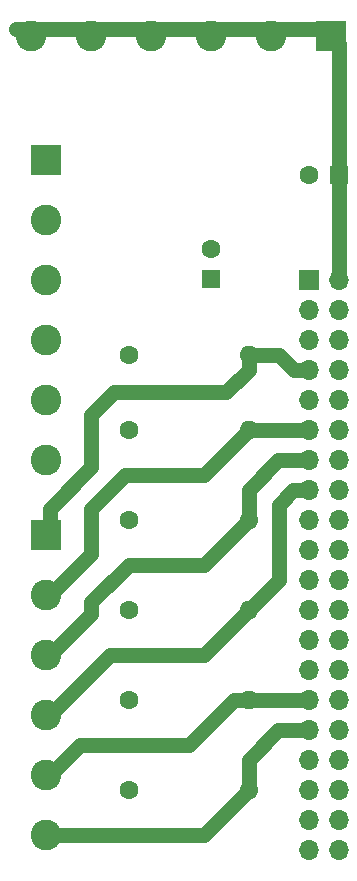
<source format=gbr>
%TF.GenerationSoftware,KiCad,Pcbnew,(6.0.0)*%
%TF.CreationDate,2022-01-13T23:18:41+01:00*%
%TF.ProjectId,pi-1w-shield,70692d31-772d-4736-9869-656c642e6b69,1.0*%
%TF.SameCoordinates,Original*%
%TF.FileFunction,Copper,L1,Top*%
%TF.FilePolarity,Positive*%
%FSLAX46Y46*%
G04 Gerber Fmt 4.6, Leading zero omitted, Abs format (unit mm)*
G04 Created by KiCad (PCBNEW (6.0.0)) date 2022-01-13 23:18:41*
%MOMM*%
%LPD*%
G01*
G04 APERTURE LIST*
%TA.AperFunction,ComponentPad*%
%ADD10C,1.600000*%
%TD*%
%TA.AperFunction,ComponentPad*%
%ADD11O,1.600000X1.600000*%
%TD*%
%TA.AperFunction,ComponentPad*%
%ADD12R,1.600000X1.600000*%
%TD*%
%TA.AperFunction,ComponentPad*%
%ADD13R,2.600000X2.600000*%
%TD*%
%TA.AperFunction,ComponentPad*%
%ADD14C,2.600000*%
%TD*%
%TA.AperFunction,ComponentPad*%
%ADD15R,1.700000X1.700000*%
%TD*%
%TA.AperFunction,ComponentPad*%
%ADD16O,1.700000X1.700000*%
%TD*%
%TA.AperFunction,Conductor*%
%ADD17C,1.270000*%
%TD*%
G04 APERTURE END LIST*
D10*
%TO.P,R5,1*%
%TO.N,+3V3*%
X156865000Y-100300000D03*
D11*
%TO.P,R5,2*%
%TO.N,GPIO5*%
X167025000Y-100300000D03*
%TD*%
D10*
%TO.P,R2,1*%
%TO.N,+3V3*%
X156865000Y-77440000D03*
D11*
%TO.P,R2,2*%
%TO.N,GPIO17*%
X167025000Y-77440000D03*
%TD*%
D10*
%TO.P,R4,1*%
%TO.N,+3V3*%
X156865000Y-92680000D03*
D11*
%TO.P,R4,2*%
%TO.N,GPIO22*%
X167025000Y-92680000D03*
%TD*%
D10*
%TO.P,R1,1*%
%TO.N,+3V3*%
X156865000Y-71090000D03*
D11*
%TO.P,R1,2*%
%TO.N,GPIO4*%
X167025000Y-71090000D03*
%TD*%
D10*
%TO.P,R6,1*%
%TO.N,+3V3*%
X156865000Y-107920000D03*
D11*
%TO.P,R6,2*%
%TO.N,GPIO6*%
X167025000Y-107920000D03*
%TD*%
D12*
%TO.P,C2,1*%
%TO.N,+3V3*%
X163850000Y-64652380D03*
D10*
%TO.P,C2,2*%
%TO.N,GNDD*%
X163850000Y-62152380D03*
%TD*%
D12*
%TO.P,C1,1*%
%TO.N,+5V*%
X174645000Y-55850000D03*
D10*
%TO.P,C1,2*%
%TO.N,GNDD*%
X172145000Y-55850000D03*
%TD*%
D13*
%TO.P,J2,1,Pin_1*%
%TO.N,GPIO4*%
X149860000Y-86360000D03*
D14*
%TO.P,J2,2,Pin_2*%
%TO.N,GPIO17*%
X149860000Y-91440000D03*
%TO.P,J2,3,Pin_3*%
%TO.N,GPIO27*%
X149860000Y-96520000D03*
%TO.P,J2,4,Pin_4*%
%TO.N,GPIO22*%
X149860000Y-101600000D03*
%TO.P,J2,5,Pin_5*%
%TO.N,GPIO5*%
X149860000Y-106680000D03*
%TO.P,J2,6,Pin_6*%
%TO.N,GPIO6*%
X149860000Y-111760000D03*
%TD*%
D13*
%TO.P,J3,1,Pin_1*%
%TO.N,GNDD*%
X149860000Y-54610000D03*
D14*
%TO.P,J3,2,Pin_2*%
X149860000Y-59690000D03*
%TO.P,J3,3,Pin_3*%
X149860000Y-64770000D03*
%TO.P,J3,4,Pin_4*%
X149860000Y-69850000D03*
%TO.P,J3,5,Pin_5*%
X149860000Y-74930000D03*
%TO.P,J3,6,Pin_6*%
X149860000Y-80010000D03*
%TD*%
D13*
%TO.P,J1,1,Pin_1*%
%TO.N,+5V*%
X173990000Y-44145000D03*
D14*
%TO.P,J1,2,Pin_2*%
X168910000Y-44145000D03*
%TO.P,J1,3,Pin_3*%
X163830000Y-44145000D03*
%TO.P,J1,4,Pin_4*%
X158750000Y-44145000D03*
%TO.P,J1,5,Pin_5*%
X153670000Y-44145000D03*
%TO.P,J1,6,Pin_6*%
X148590000Y-44145000D03*
%TD*%
D10*
%TO.P,R3,1*%
%TO.N,+3V3*%
X156865000Y-85060000D03*
D11*
%TO.P,R3,2*%
%TO.N,GPIO27*%
X167025000Y-85060000D03*
%TD*%
D15*
%TO.P,J4,1,3V3*%
%TO.N,+3V3*%
X172085000Y-64770000D03*
D16*
%TO.P,J4,2,5V*%
%TO.N,+5V*%
X174625000Y-64770000D03*
%TO.P,J4,3,SDA/GPIO2*%
%TO.N,unconnected-(J4-Pad3)*%
X172085000Y-67310000D03*
%TO.P,J4,4,5V*%
%TO.N,unconnected-(J4-Pad4)*%
X174625000Y-67310000D03*
%TO.P,J4,5,SCL/GPIO3*%
%TO.N,unconnected-(J4-Pad5)*%
X172085000Y-69850000D03*
%TO.P,J4,6,GND*%
%TO.N,unconnected-(J4-Pad6)*%
X174625000Y-69850000D03*
%TO.P,J4,7,GCLK0/GPIO4*%
%TO.N,GPIO4*%
X172085000Y-72390000D03*
%TO.P,J4,8,GPIO14/TXD*%
%TO.N,unconnected-(J4-Pad8)*%
X174625000Y-72390000D03*
%TO.P,J4,9,GND*%
%TO.N,unconnected-(J4-Pad9)*%
X172085000Y-74930000D03*
%TO.P,J4,10,GPIO15/RXD*%
%TO.N,unconnected-(J4-Pad10)*%
X174625000Y-74930000D03*
%TO.P,J4,11,GPIO17*%
%TO.N,GPIO17*%
X172085000Y-77470000D03*
%TO.P,J4,12,GPIO18/PWM0*%
%TO.N,unconnected-(J4-Pad12)*%
X174625000Y-77470000D03*
%TO.P,J4,13,GPIO27*%
%TO.N,GPIO27*%
X172085000Y-80010000D03*
%TO.P,J4,14,GND*%
%TO.N,unconnected-(J4-Pad14)*%
X174625000Y-80010000D03*
%TO.P,J4,15,GPIO22*%
%TO.N,GPIO22*%
X172085000Y-82550000D03*
%TO.P,J4,16,GPIO23*%
%TO.N,unconnected-(J4-Pad16)*%
X174625000Y-82550000D03*
%TO.P,J4,17,3V3*%
%TO.N,unconnected-(J4-Pad17)*%
X172085000Y-85090000D03*
%TO.P,J4,18,GPIO24*%
%TO.N,unconnected-(J4-Pad18)*%
X174625000Y-85090000D03*
%TO.P,J4,19,MOSI0/GPIO10*%
%TO.N,unconnected-(J4-Pad19)*%
X172085000Y-87630000D03*
%TO.P,J4,20,GND*%
%TO.N,unconnected-(J4-Pad20)*%
X174625000Y-87630000D03*
%TO.P,J4,21,MISO0/GPIO9*%
%TO.N,unconnected-(J4-Pad21)*%
X172085000Y-90170000D03*
%TO.P,J4,22,GPIO25*%
%TO.N,unconnected-(J4-Pad22)*%
X174625000Y-90170000D03*
%TO.P,J4,23,SCLK0/GPIO11*%
%TO.N,unconnected-(J4-Pad23)*%
X172085000Y-92710000D03*
%TO.P,J4,24,~{CE0}/GPIO8*%
%TO.N,unconnected-(J4-Pad24)*%
X174625000Y-92710000D03*
%TO.P,J4,25,GND*%
%TO.N,unconnected-(J4-Pad25)*%
X172085000Y-95250000D03*
%TO.P,J4,26,~{CE1}/GPIO7*%
%TO.N,unconnected-(J4-Pad26)*%
X174625000Y-95250000D03*
%TO.P,J4,27,ID_SD/GPIO0*%
%TO.N,unconnected-(J4-Pad27)*%
X172085000Y-97790000D03*
%TO.P,J4,28,ID_SC/GPIO1*%
%TO.N,unconnected-(J4-Pad28)*%
X174625000Y-97790000D03*
%TO.P,J4,29,GCLK1/GPIO5*%
%TO.N,GPIO5*%
X172085000Y-100330000D03*
%TO.P,J4,30,GND*%
%TO.N,unconnected-(J4-Pad30)*%
X174625000Y-100330000D03*
%TO.P,J4,31,GCLK2/GPIO6*%
%TO.N,GPIO6*%
X172085000Y-102870000D03*
%TO.P,J4,32,PWM0/GPIO12*%
%TO.N,unconnected-(J4-Pad32)*%
X174625000Y-102870000D03*
%TO.P,J4,33,PWM1/GPIO13*%
%TO.N,unconnected-(J4-Pad33)*%
X172085000Y-105410000D03*
%TO.P,J4,34,GND*%
%TO.N,unconnected-(J4-Pad34)*%
X174625000Y-105410000D03*
%TO.P,J4,35,GPIO19/MISO1*%
%TO.N,unconnected-(J4-Pad35)*%
X172085000Y-107950000D03*
%TO.P,J4,36,GPIO16*%
%TO.N,unconnected-(J4-Pad36)*%
X174625000Y-107950000D03*
%TO.P,J4,37,GPIO26*%
%TO.N,unconnected-(J4-Pad37)*%
X172085000Y-110490000D03*
%TO.P,J4,38,GPIO20/MOSI1*%
%TO.N,unconnected-(J4-Pad38)*%
X174625000Y-110490000D03*
%TO.P,J4,39,GND*%
%TO.N,GNDD*%
X172085000Y-113030000D03*
%TO.P,J4,40,GPIO21/SCLK1*%
%TO.N,unconnected-(J4-Pad40)*%
X174625000Y-113030000D03*
%TD*%
D17*
%TO.N,+5V*%
X174625000Y-64770000D02*
X174625000Y-44755000D01*
X173355000Y-43485000D02*
X147320000Y-43485000D01*
X174625000Y-64760000D02*
X174645000Y-64740000D01*
X174625000Y-64770000D02*
X174625000Y-64760000D01*
X174625000Y-44755000D02*
X173355000Y-43485000D01*
%TO.N,GPIO4*%
X150165000Y-84150000D02*
X150165000Y-86360000D01*
X169565000Y-71090000D02*
X167025000Y-71090000D01*
X167025000Y-71090000D02*
X167025000Y-72360000D01*
X170865000Y-72390000D02*
X169565000Y-71090000D01*
X153670000Y-80645000D02*
X150165000Y-84150000D01*
X156210000Y-74295000D02*
X155575000Y-74295000D01*
X165120000Y-74265000D02*
X156210000Y-74265000D01*
X167025000Y-72360000D02*
X165120000Y-74265000D01*
X172085000Y-72390000D02*
X170865000Y-72390000D01*
X153670000Y-76200000D02*
X153670000Y-80645000D01*
X155575000Y-74295000D02*
X153670000Y-76200000D01*
%TO.N,GPIO17*%
X167055000Y-77470000D02*
X167025000Y-77440000D01*
X163215000Y-81250000D02*
X156557500Y-81250000D01*
X153670000Y-84137500D02*
X153670000Y-87935000D01*
X153670000Y-87935000D02*
X150165000Y-91440000D01*
X167025000Y-77440000D02*
X163215000Y-81250000D01*
X172085000Y-77470000D02*
X167055000Y-77470000D01*
X156557500Y-81250000D02*
X153670000Y-84137500D01*
%TO.N,GPIO27*%
X169535000Y-80010000D02*
X167025000Y-82520000D01*
X153670000Y-92075000D02*
X153670000Y-93015000D01*
X167025000Y-82520000D02*
X167025000Y-85060000D01*
X156875000Y-88870000D02*
X153670000Y-92075000D01*
X167025000Y-85060000D02*
X163215000Y-88870000D01*
X163215000Y-88870000D02*
X156875000Y-88870000D01*
X172085000Y-80010000D02*
X169535000Y-80010000D01*
X153670000Y-93015000D02*
X150165000Y-96520000D01*
%TO.N,GPIO22*%
X155605000Y-96490000D02*
X155575000Y-96520000D01*
X167025000Y-92680000D02*
X163215000Y-96490000D01*
X169565000Y-83790000D02*
X169565000Y-90140000D01*
X155245000Y-96520000D02*
X150165000Y-101600000D01*
X169565000Y-90140000D02*
X167025000Y-92680000D01*
X163215000Y-96490000D02*
X155605000Y-96490000D01*
X170805000Y-82550000D02*
X169565000Y-83790000D01*
X172085000Y-82550000D02*
X170805000Y-82550000D01*
%TO.N,GPIO5*%
X165755000Y-100300000D02*
X161945000Y-104110000D01*
X152705000Y-104140000D02*
X150165000Y-106680000D01*
X172085000Y-100330000D02*
X167055000Y-100330000D01*
X161945000Y-104110000D02*
X153035000Y-104110000D01*
X167025000Y-100300000D02*
X165755000Y-100300000D01*
X167055000Y-100330000D02*
X167025000Y-100300000D01*
%TO.N,GPIO6*%
X167025000Y-105380000D02*
X167025000Y-107920000D01*
X163215000Y-111730000D02*
X150195000Y-111730000D01*
X150195000Y-111730000D02*
X150165000Y-111760000D01*
X167025000Y-107920000D02*
X163215000Y-111730000D01*
X172085000Y-102870000D02*
X169535000Y-102870000D01*
X169535000Y-102870000D02*
X167025000Y-105380000D01*
%TD*%
M02*

</source>
